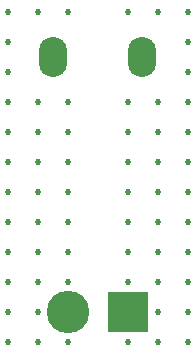
<source format=gbr>
G04 #@! TF.FileFunction,Soldermask,Bot*
%FSLAX46Y46*%
G04 Gerber Fmt 4.6, Leading zero omitted, Abs format (unit mm)*
G04 Created by KiCad (PCBNEW 4.0.4-stable) date 12/11/17 19:52:28*
%MOMM*%
%LPD*%
G01*
G04 APERTURE LIST*
%ADD10C,0.100000*%
%ADD11O,2.400000X3.400000*%
%ADD12R,3.400000X3.400000*%
%ADD13C,3.600000*%
%ADD14C,0.520000*%
G04 APERTURE END LIST*
D10*
D11*
X143570000Y-88900000D03*
X151070000Y-88900000D03*
D12*
X149860000Y-110490000D03*
D13*
X144780000Y-110490000D03*
D14*
X139700000Y-110490000D03*
X139700000Y-113030000D03*
X139700000Y-107950000D03*
X139700000Y-105410000D03*
X139700000Y-102870000D03*
X139700000Y-100330000D03*
X139700000Y-97790000D03*
X139700000Y-95250000D03*
X139700000Y-92710000D03*
X139700000Y-90170000D03*
X139700000Y-87630000D03*
X139700000Y-85090000D03*
X142240000Y-85090000D03*
X144780000Y-85090000D03*
X142240000Y-113030000D03*
X144780000Y-113030000D03*
X144780000Y-92710000D03*
X144780000Y-95250000D03*
X144780000Y-97790000D03*
X144780000Y-100330000D03*
X144780000Y-102870000D03*
X144780000Y-105410000D03*
X144780000Y-107950000D03*
X142240000Y-107950000D03*
X142240000Y-105410000D03*
X142240000Y-102870000D03*
X142240000Y-100330000D03*
X142240000Y-97790000D03*
X142240000Y-95250000D03*
X142240000Y-92710000D03*
X142240000Y-110490000D03*
X149860000Y-100330000D03*
X149860000Y-102870000D03*
X149860000Y-105410000D03*
X149860000Y-107950000D03*
X152400000Y-107950000D03*
X152400000Y-107950000D03*
X154940000Y-107950000D03*
X154940000Y-110490000D03*
X152400000Y-110490000D03*
X152400000Y-113030000D03*
X154940000Y-113030000D03*
X149860000Y-113030000D03*
X152400000Y-105410000D03*
X154940000Y-105410000D03*
X154940000Y-102870000D03*
X152400000Y-102870000D03*
X152400000Y-100330000D03*
X154940000Y-100330000D03*
X154940000Y-97790000D03*
X152400000Y-97790000D03*
X149860000Y-97790000D03*
X149860000Y-95250000D03*
X152400000Y-95250000D03*
X154940000Y-95250000D03*
X154940000Y-92710000D03*
X152400000Y-92710000D03*
X149860000Y-92710000D03*
X154940000Y-90170000D03*
X154940000Y-87630000D03*
X154940000Y-85090000D03*
X152400000Y-85090000D03*
X149860000Y-85090000D03*
M02*

</source>
